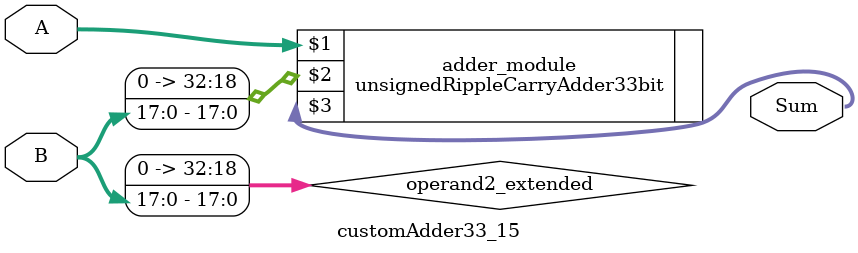
<source format=v>
module customAdder33_15(
                        input [32 : 0] A,
                        input [17 : 0] B,
                        
                        output [33 : 0] Sum
                );

        wire [32 : 0] operand2_extended;
        
        assign operand2_extended =  {15'b0, B};
        
        unsignedRippleCarryAdder33bit adder_module(
            A,
            operand2_extended,
            Sum
        );
        
        endmodule
        
</source>
